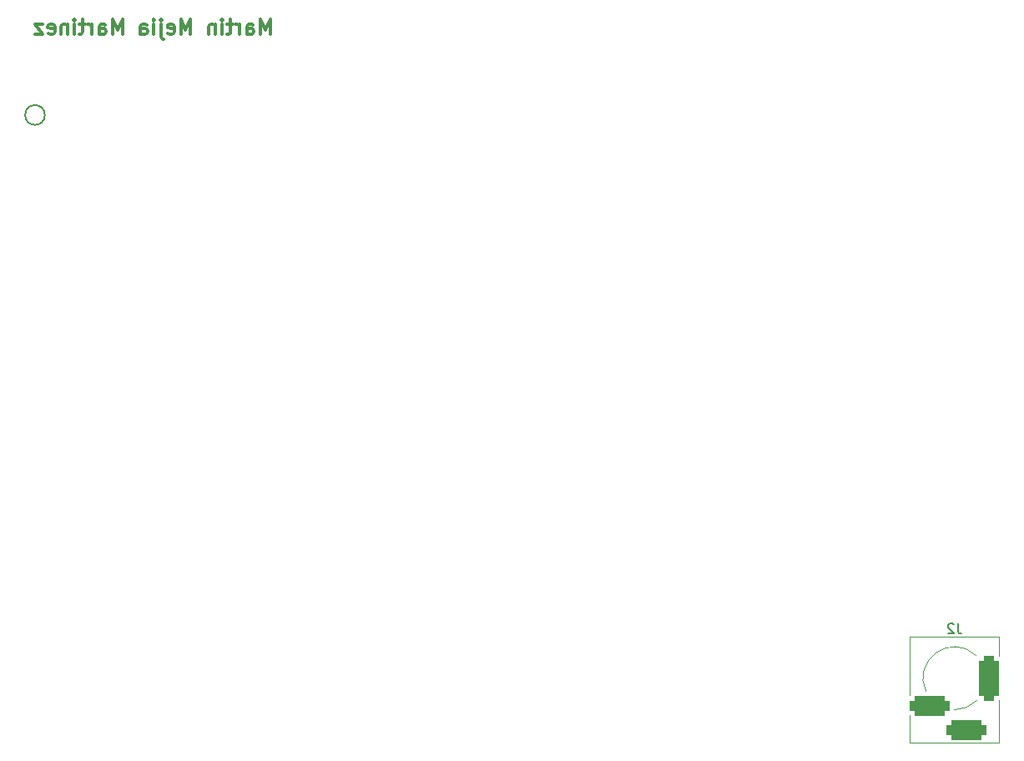
<source format=gbr>
%TF.GenerationSoftware,KiCad,Pcbnew,(6.0.5-0)*%
%TF.CreationDate,2022-07-23T11:30:03-07:00*%
%TF.ProjectId,MartincitoClock,4d617274-696e-4636-9974-6f436c6f636b,rev?*%
%TF.SameCoordinates,PX4b17a20PY8a12ae0*%
%TF.FileFunction,Legend,Bot*%
%TF.FilePolarity,Positive*%
%FSLAX46Y46*%
G04 Gerber Fmt 4.6, Leading zero omitted, Abs format (unit mm)*
G04 Created by KiCad (PCBNEW (6.0.5-0)) date 2022-07-23 11:30:03*
%MOMM*%
%LPD*%
G01*
G04 APERTURE LIST*
G04 Aperture macros list*
%AMRoundRect*
0 Rectangle with rounded corners*
0 $1 Rounding radius*
0 $2 $3 $4 $5 $6 $7 $8 $9 X,Y pos of 4 corners*
0 Add a 4 corners polygon primitive as box body*
4,1,4,$2,$3,$4,$5,$6,$7,$8,$9,$2,$3,0*
0 Add four circle primitives for the rounded corners*
1,1,$1+$1,$2,$3*
1,1,$1+$1,$4,$5*
1,1,$1+$1,$6,$7*
1,1,$1+$1,$8,$9*
0 Add four rect primitives between the rounded corners*
20,1,$1+$1,$2,$3,$4,$5,0*
20,1,$1+$1,$4,$5,$6,$7,0*
20,1,$1+$1,$6,$7,$8,$9,0*
20,1,$1+$1,$8,$9,$2,$3,0*%
G04 Aperture macros list end*
%ADD10C,0.300000*%
%ADD11C,0.150000*%
%ADD12C,0.120000*%
%ADD13C,1.400000*%
%ADD14R,1.400000X1.400000*%
%ADD15R,1.600000X1.600000*%
%ADD16O,1.600000X1.600000*%
%ADD17R,3.000000X3.000000*%
%ADD18C,3.000000*%
%ADD19C,1.524000*%
%ADD20C,3.200000*%
%ADD21R,1.700000X1.700000*%
%ADD22O,1.700000X1.700000*%
%ADD23RoundRect,0.500000X0.500000X-1.750000X0.500000X1.750000X-0.500000X1.750000X-0.500000X-1.750000X0*%
%ADD24RoundRect,0.500000X1.500000X0.500000X-1.500000X0.500000X-1.500000X-0.500000X1.500000X-0.500000X0*%
G04 APERTURE END LIST*
D10*
X39797142Y80601429D02*
X39797142Y82101429D01*
X39297142Y81030000D01*
X38797142Y82101429D01*
X38797142Y80601429D01*
X37440000Y80601429D02*
X37440000Y81387143D01*
X37511428Y81530000D01*
X37654285Y81601429D01*
X37940000Y81601429D01*
X38082857Y81530000D01*
X37440000Y80672858D02*
X37582857Y80601429D01*
X37940000Y80601429D01*
X38082857Y80672858D01*
X38154285Y80815715D01*
X38154285Y80958572D01*
X38082857Y81101429D01*
X37940000Y81172858D01*
X37582857Y81172858D01*
X37440000Y81244286D01*
X36725714Y80601429D02*
X36725714Y81601429D01*
X36725714Y81315715D02*
X36654285Y81458572D01*
X36582857Y81530000D01*
X36440000Y81601429D01*
X36297142Y81601429D01*
X36011428Y81601429D02*
X35440000Y81601429D01*
X35797142Y82101429D02*
X35797142Y80815715D01*
X35725714Y80672858D01*
X35582857Y80601429D01*
X35440000Y80601429D01*
X34940000Y80601429D02*
X34940000Y81601429D01*
X34940000Y82101429D02*
X35011428Y82030000D01*
X34940000Y81958572D01*
X34868571Y82030000D01*
X34940000Y82101429D01*
X34940000Y81958572D01*
X34225714Y81601429D02*
X34225714Y80601429D01*
X34225714Y81458572D02*
X34154285Y81530000D01*
X34011428Y81601429D01*
X33797142Y81601429D01*
X33654285Y81530000D01*
X33582857Y81387143D01*
X33582857Y80601429D01*
X31725714Y80601429D02*
X31725714Y82101429D01*
X31225714Y81030000D01*
X30725714Y82101429D01*
X30725714Y80601429D01*
X29440000Y80672858D02*
X29582857Y80601429D01*
X29868571Y80601429D01*
X30011428Y80672858D01*
X30082857Y80815715D01*
X30082857Y81387143D01*
X30011428Y81530000D01*
X29868571Y81601429D01*
X29582857Y81601429D01*
X29440000Y81530000D01*
X29368571Y81387143D01*
X29368571Y81244286D01*
X30082857Y81101429D01*
X28725714Y81601429D02*
X28725714Y80315715D01*
X28797142Y80172858D01*
X28940000Y80101429D01*
X29011428Y80101429D01*
X28725714Y82101429D02*
X28797142Y82030000D01*
X28725714Y81958572D01*
X28654285Y82030000D01*
X28725714Y82101429D01*
X28725714Y81958572D01*
X28011428Y80601429D02*
X28011428Y81601429D01*
X28011428Y82101429D02*
X28082857Y82030000D01*
X28011428Y81958572D01*
X27940000Y82030000D01*
X28011428Y82101429D01*
X28011428Y81958572D01*
X26654285Y80601429D02*
X26654285Y81387143D01*
X26725714Y81530000D01*
X26868571Y81601429D01*
X27154285Y81601429D01*
X27297142Y81530000D01*
X26654285Y80672858D02*
X26797142Y80601429D01*
X27154285Y80601429D01*
X27297142Y80672858D01*
X27368571Y80815715D01*
X27368571Y80958572D01*
X27297142Y81101429D01*
X27154285Y81172858D01*
X26797142Y81172858D01*
X26654285Y81244286D01*
X24797142Y80601429D02*
X24797142Y82101429D01*
X24297142Y81030000D01*
X23797142Y82101429D01*
X23797142Y80601429D01*
X22440000Y80601429D02*
X22440000Y81387143D01*
X22511428Y81530000D01*
X22654285Y81601429D01*
X22940000Y81601429D01*
X23082857Y81530000D01*
X22440000Y80672858D02*
X22582857Y80601429D01*
X22940000Y80601429D01*
X23082857Y80672858D01*
X23154285Y80815715D01*
X23154285Y80958572D01*
X23082857Y81101429D01*
X22940000Y81172858D01*
X22582857Y81172858D01*
X22440000Y81244286D01*
X21725714Y80601429D02*
X21725714Y81601429D01*
X21725714Y81315715D02*
X21654285Y81458572D01*
X21582857Y81530000D01*
X21440000Y81601429D01*
X21297142Y81601429D01*
X21011428Y81601429D02*
X20440000Y81601429D01*
X20797142Y82101429D02*
X20797142Y80815715D01*
X20725714Y80672858D01*
X20582857Y80601429D01*
X20440000Y80601429D01*
X19940000Y80601429D02*
X19940000Y81601429D01*
X19940000Y82101429D02*
X20011428Y82030000D01*
X19940000Y81958572D01*
X19868571Y82030000D01*
X19940000Y82101429D01*
X19940000Y81958572D01*
X19225714Y81601429D02*
X19225714Y80601429D01*
X19225714Y81458572D02*
X19154285Y81530000D01*
X19011428Y81601429D01*
X18797142Y81601429D01*
X18654285Y81530000D01*
X18582857Y81387143D01*
X18582857Y80601429D01*
X17297142Y80672858D02*
X17440000Y80601429D01*
X17725714Y80601429D01*
X17868571Y80672858D01*
X17940000Y80815715D01*
X17940000Y81387143D01*
X17868571Y81530000D01*
X17725714Y81601429D01*
X17440000Y81601429D01*
X17297142Y81530000D01*
X17225714Y81387143D01*
X17225714Y81244286D01*
X17940000Y81101429D01*
X16725714Y81601429D02*
X15940000Y81601429D01*
X16725714Y80601429D01*
X15940000Y80601429D01*
D11*
%TO.C,J2*%
X109553333Y20787620D02*
X109553333Y20073334D01*
X109600952Y19930477D01*
X109696190Y19835239D01*
X109839047Y19787620D01*
X109934285Y19787620D01*
X109124761Y20692381D02*
X109077142Y20740000D01*
X108981904Y20787620D01*
X108743809Y20787620D01*
X108648571Y20740000D01*
X108600952Y20692381D01*
X108553333Y20597143D01*
X108553333Y20501905D01*
X108600952Y20359048D01*
X109172380Y19787620D01*
X108553333Y19787620D01*
%TO.C,D2*%
X16940000Y72390000D02*
G75*
G03*
X16940000Y72390000I-1000000J0D01*
G01*
D12*
%TO.C,J2*%
X113720000Y8740000D02*
X113720000Y12990000D01*
X104720000Y8740000D02*
X104720000Y11490000D01*
X104720000Y19440000D02*
X104720000Y13490000D01*
X113720000Y8740000D02*
X104720000Y8740000D01*
X113720000Y19440000D02*
X113720000Y17490000D01*
X113720000Y19440000D02*
X104720000Y19440000D01*
X111420000Y17540000D02*
G75*
G03*
X106353755Y13856295I-2200000J-2300000D01*
G01*
X109220000Y12040000D02*
G75*
G03*
X111482742Y12977258I2J3199997D01*
G01*
%TD*%
%LPC*%
D13*
%TO.C,DS5*%
X66040000Y50800000D03*
X68580000Y50800000D03*
X71120000Y50800000D03*
X73660000Y50800000D03*
X76200000Y50800000D03*
X78740000Y50800000D03*
X81280000Y50800000D03*
X81280000Y35560000D03*
X78740000Y35560000D03*
X76200000Y35560000D03*
X73660000Y35560000D03*
X71120000Y35560000D03*
X68580000Y35560000D03*
D14*
X66040000Y35560000D03*
%TD*%
D15*
%TO.C,U6*%
X90175000Y24120000D03*
D16*
X87635000Y24120000D03*
X85095000Y24120000D03*
X82555000Y24120000D03*
X80015000Y24120000D03*
X77475000Y24120000D03*
X74935000Y24120000D03*
X72395000Y24120000D03*
X69855000Y24120000D03*
X67315000Y24120000D03*
X64775000Y24120000D03*
X62235000Y24120000D03*
X62235000Y16500000D03*
X64775000Y16500000D03*
X67315000Y16500000D03*
X69855000Y16500000D03*
X72395000Y16500000D03*
X74935000Y16500000D03*
X77475000Y16500000D03*
X80015000Y16500000D03*
X82555000Y16500000D03*
X85095000Y16500000D03*
X87635000Y16500000D03*
X90175000Y16500000D03*
%TD*%
D17*
%TO.C,BT1*%
X16326314Y17779983D03*
D18*
X36816314Y17779983D03*
%TD*%
D19*
%TO.C,D2*%
X15940000Y72390000D03*
X15940000Y69850000D03*
X15940000Y67310000D03*
X15940000Y64770000D03*
X15940000Y62230000D03*
X15940000Y59690000D03*
X15940000Y57150000D03*
X15940000Y54610000D03*
X39940000Y54610000D03*
X39940000Y57150000D03*
X39940000Y59690000D03*
X39940000Y62230000D03*
X39940000Y64770000D03*
X39940000Y67310000D03*
X39940000Y69850000D03*
X39940000Y72390000D03*
%TD*%
D20*
%TO.C,H4*%
X136260000Y4780000D03*
%TD*%
D21*
%TO.C,J1*%
X132080000Y67310000D03*
D22*
X132080000Y64770000D03*
X132080000Y62230000D03*
X132080000Y59690000D03*
X132080000Y57150000D03*
X132080000Y54610000D03*
%TD*%
D15*
%TO.C,U3*%
X115580000Y46980000D03*
D16*
X115580000Y44440000D03*
X115580000Y41900000D03*
X115580000Y39360000D03*
X123200000Y39360000D03*
X123200000Y41900000D03*
X123200000Y44440000D03*
X123200000Y46980000D03*
%TD*%
D15*
%TO.C,U1*%
X91440000Y69840000D03*
D16*
X88900000Y69840000D03*
X86360000Y69840000D03*
X83820000Y69840000D03*
X81280000Y69840000D03*
X78740000Y69840000D03*
X76200000Y69840000D03*
X73660000Y69840000D03*
X71120000Y69840000D03*
X68580000Y69840000D03*
X66040000Y69840000D03*
X63500000Y69840000D03*
X60960000Y69840000D03*
X58420000Y69840000D03*
X58420000Y62220000D03*
X60960000Y62220000D03*
X63500000Y62220000D03*
X66040000Y62220000D03*
X68580000Y62220000D03*
X71120000Y62220000D03*
X73660000Y62220000D03*
X76200000Y62220000D03*
X78740000Y62220000D03*
X81280000Y62220000D03*
X83820000Y62220000D03*
X86360000Y62220000D03*
X88900000Y62220000D03*
X91440000Y62220000D03*
%TD*%
D20*
%TO.C,H2*%
X136260000Y84780000D03*
%TD*%
%TO.C,H3*%
X6260000Y4780000D03*
%TD*%
%TO.C,H1*%
X6260000Y84780000D03*
%TD*%
D21*
%TO.C,J5*%
X86360000Y83820000D03*
D22*
X88900000Y83820000D03*
X86360000Y81280000D03*
X88900000Y81280000D03*
X86360000Y78740000D03*
X88900000Y78740000D03*
%TD*%
D15*
%TO.C,U4*%
X12700000Y34300000D03*
D16*
X15240000Y34300000D03*
X17780000Y34300000D03*
X20320000Y34300000D03*
X22860000Y34300000D03*
X25400000Y34300000D03*
X27940000Y34300000D03*
X30480000Y34300000D03*
X33020000Y34300000D03*
X35560000Y34300000D03*
X38100000Y34300000D03*
X40640000Y34300000D03*
X40640000Y41920000D03*
X38100000Y41920000D03*
X35560000Y41920000D03*
X33020000Y41920000D03*
X30480000Y41920000D03*
X27940000Y41920000D03*
X25400000Y41920000D03*
X22860000Y41920000D03*
X20320000Y41920000D03*
X17780000Y41920000D03*
X15240000Y41920000D03*
X12700000Y41920000D03*
%TD*%
D23*
%TO.C,J2*%
X112720000Y15240000D03*
D24*
X110420000Y9940000D03*
X106720000Y12440000D03*
%TD*%
M02*

</source>
